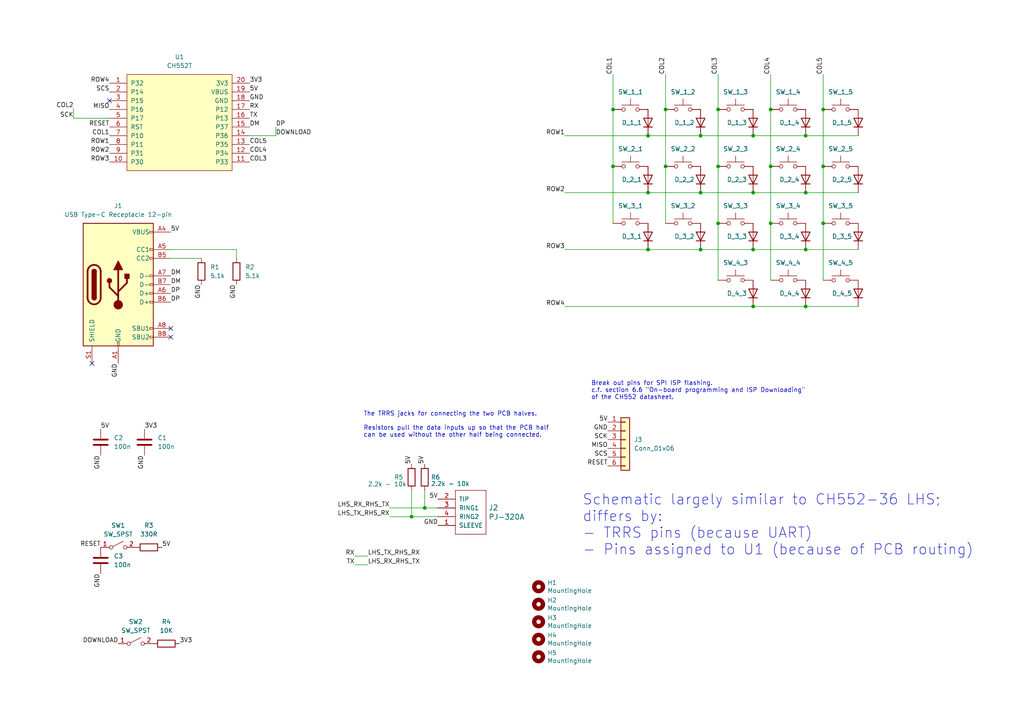
<source format=kicad_sch>
(kicad_sch (version 20230121) (generator eeschema)
  (paper "A4")
  (title_block (title "CH552-36 (RHS)") (date "2024-01-03") (rev "rev2024.1-pre") (company "Richard Goulter (rgoulter)") (comment 1 "Using CH552T MCU.") (comment 2 "RHS of split 3x5+3 keyboard") (comment 3 "Project: https://github.com/rgoulter/keyboard-labs"))
  (lib_symbols
    (symbol "Connector:USB_C_Receptacle_USB2.0" (pin_names (offset 1.016))
      (property "Reference" "J" (at -10.16 19.05 0))
      (property "Value" "USB_C_Receptacle_USB2.0" (at 19.05 19.05 0))
      (symbol "USB_C_Receptacle_USB2.0_0_0"
        (rectangle (start -0.254 -17.78) (end 0.254 -16.764))
        (rectangle (start 10.16 -14.986) (end 9.144 -15.494))
        (rectangle (start 10.16 -12.446) (end 9.144 -12.954))
        (rectangle (start 10.16 -4.826) (end 9.144 -5.334))
        (rectangle (start 10.16 -2.286) (end 9.144 -2.794))
        (rectangle (start 10.16 0.254) (end 9.144 -0.254))
        (rectangle (start 10.16 2.794) (end 9.144 2.286))
        (rectangle (start 10.16 7.874) (end 9.144 7.366))
        (rectangle (start 10.16 10.414) (end 9.144 9.906))
        (rectangle (start 10.16 15.494) (end 9.144 14.986))
      )
      (symbol "USB_C_Receptacle_USB2.0_0_1"
        (rectangle (start -10.16 17.78) (end 10.16 -17.78) (stroke (width 0.254)) (fill (type background)))
        (arc (start -8.89 -3.81) (mid -6.985 -5.7067) (end -5.08 -3.81) (stroke (width 0.508)))
        (arc (start -7.62 -3.81) (mid -6.985 -4.4423) (end -6.35 -3.81) (stroke (width 0.254)))
        (arc (start -7.62 -3.81) (mid -6.985 -4.4423) (end -6.35 -3.81) (stroke (width 0.254)) (fill (type outline)))
        (rectangle (start -7.62 -3.81) (end -6.35 3.81) (stroke (width 0.254)) (fill (type outline)))
        (arc (start -6.35 3.81) (mid -6.985 4.4423) (end -7.62 3.81) (stroke (width 0.254)))
        (arc (start -6.35 3.81) (mid -6.985 4.4423) (end -7.62 3.81) (stroke (width 0.254)) (fill (type outline)))
        (arc (start -5.08 3.81) (mid -6.985 5.7067) (end -8.89 3.81) (stroke (width 0.508)))
        (circle (center -2.54 1.143) (radius 0.635) (stroke (width 0.254)) (fill (type outline)))
        (circle (center 0 -5.842) (radius 1.27) (fill (type outline)))
        (polyline (pts (xy -8.89 -3.81) (xy -8.89 3.81)) (stroke (width 0.508)))
        (polyline (pts (xy -5.08 3.81) (xy -5.08 -3.81)) (stroke (width 0.508)))
        (polyline (pts (xy 0 -5.842) (xy 0 4.318)) (stroke (width 0.508)))
        (polyline (pts (xy 0 -3.302) (xy -2.54 -0.762) (xy -2.54 0.508)) (stroke (width 0.508)))
        (polyline (pts (xy 0 -2.032) (xy 2.54 0.508) (xy 2.54 1.778)) (stroke (width 0.508)))
        (polyline (pts (xy -1.27 4.318) (xy 0 6.858) (xy 1.27 4.318) (xy -1.27 4.318)) (stroke (width 0.254)) (fill (type outline)))
        (rectangle (start 1.905 1.778) (end 3.175 3.048) (stroke (width 0.254)) (fill (type outline)))
      )
      (symbol "USB_C_Receptacle_USB2.0_1_1"
        (pin passive line (at 0 -22.86 90) (length 5.08) (name "GND") (number "A1"))
        (pin passive line (at 0 -22.86 90) (length 5.08) hide (name "GND") (number "A12"))
        (pin passive line (at 15.24 15.24 180) (length 5.08) (name "VBUS") (number "A4"))
        (pin bidirectional line (at 15.24 10.16 180) (length 5.08) (name "CC1") (number "A5"))
        (pin bidirectional line (at 15.24 -2.54 180) (length 5.08) (name "D+") (number "A6"))
        (pin bidirectional line (at 15.24 2.54 180) (length 5.08) (name "D-") (number "A7"))
        (pin bidirectional line (at 15.24 -12.7 180) (length 5.08) (name "SBU1") (number "A8"))
        (pin passive line (at 15.24 15.24 180) (length 5.08) hide (name "VBUS") (number "A9"))
        (pin passive line (at 0 -22.86 90) (length 5.08) hide (name "GND") (number "B1"))
        (pin passive line (at 0 -22.86 90) (length 5.08) hide (name "GND") (number "B12"))
        (pin passive line (at 15.24 15.24 180) (length 5.08) hide (name "VBUS") (number "B4"))
        (pin bidirectional line (at 15.24 7.62 180) (length 5.08) (name "CC2") (number "B5"))
        (pin bidirectional line (at 15.24 -5.08 180) (length 5.08) (name "D+") (number "B6"))
        (pin bidirectional line (at 15.24 0 180) (length 5.08) (name "D-") (number "B7"))
        (pin bidirectional line (at 15.24 -15.24 180) (length 5.08) (name "SBU2") (number "B8"))
        (pin passive line (at 15.24 15.24 180) (length 5.08) hide (name "VBUS") (number "B9"))
        (pin passive line (at -7.62 -22.86 90) (length 5.08) (name "SHIELD") (number "S1"))
      )
    )
    (symbol "Connector_Generic:Conn_01x06" (pin_names (offset 1.016) hide)
      (property "Reference" "J" (at 0 7.62 0))
      (property "Value" "Conn_01x06" (at 0 -10.16 0))
      (symbol "Conn_01x06_1_1"
        (rectangle (start -1.27 -7.493) (end 0 -7.747) (stroke (width 0.1524)))
        (rectangle (start -1.27 -4.953) (end 0 -5.207) (stroke (width 0.1524)))
        (rectangle (start -1.27 -2.413) (end 0 -2.667) (stroke (width 0.1524)))
        (rectangle (start -1.27 0.127) (end 0 -0.127) (stroke (width 0.1524)))
        (rectangle (start -1.27 2.667) (end 0 2.413) (stroke (width 0.1524)))
        (rectangle (start -1.27 5.207) (end 0 4.953) (stroke (width 0.1524)))
        (rectangle (start -1.27 6.35) (end 1.27 -8.89) (stroke (width 0.254)) (fill (type background)))
        (pin passive line (at -5.08 5.08 0) (length 3.81) (name "Pin_1") (number "1"))
        (pin passive line (at -5.08 2.54 0) (length 3.81) (name "Pin_2") (number "2"))
        (pin passive line (at -5.08 0 0) (length 3.81) (name "Pin_3") (number "3"))
        (pin passive line (at -5.08 -2.54 0) (length 3.81) (name "Pin_4") (number "4"))
        (pin passive line (at -5.08 -5.08 0) (length 3.81) (name "Pin_5") (number "5"))
        (pin passive line (at -5.08 -7.62 0) (length 3.81) (name "Pin_6") (number "6"))
      )
    )
    (symbol "Device:C" (pin_numbers hide) (pin_names (offset 0.254))
      (property "Reference" "C" (at 0.635 2.54 0))
      (property "Value" "C" (at 0.635 -2.54 0))
      (symbol "C_0_1"
        (polyline (pts (xy -2.032 -0.762) (xy 2.032 -0.762)) (stroke (width 0.508)))
        (polyline (pts (xy -2.032 0.762) (xy 2.032 0.762)) (stroke (width 0.508)))
      )
      (symbol "C_1_1"
        (pin passive line (at 0 3.81 270) (length 2.794) (name "~") (number "1"))
        (pin passive line (at 0 -3.81 90) (length 2.794) (name "~") (number "2"))
      )
    )
    (symbol "Device:D" (pin_numbers hide) (pin_names (offset 1.016) hide)
      (property "Reference" "D" (at 0 2.54 0))
      (property "Value" "D" (at 0 -2.54 0))
      (symbol "D_0_1"
        (polyline (pts (xy -1.27 1.27) (xy -1.27 -1.27)) (stroke (width 0.254)))
        (polyline (pts (xy 1.27 0) (xy -1.27 0)))
        (polyline (pts (xy 1.27 1.27) (xy 1.27 -1.27) (xy -1.27 0) (xy 1.27 1.27)) (stroke (width 0.254)))
      )
      (symbol "D_1_1"
        (pin passive line (at -3.81 0 0) (length 2.54) (name "K") (number "1"))
        (pin passive line (at 3.81 0 180) (length 2.54) (name "A") (number "2"))
      )
    )
    (symbol "Device:R" (pin_numbers hide) (pin_names (offset 0))
      (property "Reference" "R" (at 2.032 0 90))
      (property "Value" "R" (at 0 0 90))
      (symbol "R_0_1"
        (rectangle (start -1.016 -2.54) (end 1.016 2.54) (stroke (width 0.254)))
      )
      (symbol "R_1_1"
        (pin passive line (at 0 3.81 270) (length 1.27) (name "~") (number "1"))
        (pin passive line (at 0 -3.81 90) (length 1.27) (name "~") (number "2"))
      )
    )
    (symbol "Mechanical:MountingHole" (pin_names (offset 1.016))
      (property "Reference" "H" (at 0 5.08 0))
      (property "Value" "MountingHole" (at 0 3.175 0))
      (symbol "MountingHole_0_1"
        (circle (center 0 0) (radius 1.27) (stroke (width 1.27)))
      )
    )
    (symbol "ProjectLocal:CH552T" (pin_names (offset 1.016))
      (property "Reference" "U" (at -12.7 27.94 0))
      (property "Value" "CH552T" (at 0 12.7 90))
      (symbol "CH552T_0_1"
        (rectangle (start -15.24 25.4) (end 15.24 -2.54) (fill (type background)))
      )
      (symbol "CH552T_1_1"
        (pin bidirectional line (at -20.32 22.86 0) (length 5.08) (name "P32") (number "1"))
        (pin bidirectional line (at -20.32 0 0) (length 5.08) (name "P30") (number "10"))
        (pin bidirectional line (at 20.32 0 180) (length 5.08) (name "P33") (number "11"))
        (pin bidirectional line (at 20.32 2.54 180) (length 5.08) (name "P34") (number "12"))
        (pin bidirectional line (at 20.32 5.08 180) (length 5.08) (name "P35") (number "13"))
        (pin bidirectional line (at 20.32 7.62 180) (length 5.08) (name "P36") (number "14"))
        (pin bidirectional line (at 20.32 10.16 180) (length 5.08) (name "P37") (number "15"))
        (pin bidirectional line (at 20.32 12.7 180) (length 5.08) (name "P13") (number "16"))
        (pin bidirectional line (at 20.32 15.24 180) (length 5.08) (name "P12") (number "17"))
        (pin power_out line (at 20.32 17.78 180) (length 5.08) (name "GND") (number "18"))
        (pin power_out line (at 20.32 20.32 180) (length 5.08) (name "VBUS") (number "19"))
        (pin bidirectional line (at -20.32 20.32 0) (length 5.08) (name "P14") (number "2"))
        (pin power_out line (at 20.32 22.86 180) (length 5.08) (name "3V3") (number "20"))
        (pin bidirectional line (at -20.32 17.78 0) (length 5.08) (name "P15") (number "3"))
        (pin bidirectional line (at -20.32 15.24 0) (length 5.08) (name "P16") (number "4"))
        (pin bidirectional line (at -20.32 12.7 0) (length 5.08) (name "P17") (number "5"))
        (pin bidirectional line (at -20.32 10.16 0) (length 5.08) (name "RST") (number "6"))
        (pin bidirectional line (at -20.32 7.62 0) (length 5.08) (name "P10") (number "7"))
        (pin bidirectional line (at -20.32 5.08 0) (length 5.08) (name "P11") (number "8"))
        (pin bidirectional line (at -20.32 2.54 0) (length 5.08) (name "P31") (number "9"))
      )
    )
    (symbol "Switch:SW_Push" (pin_numbers hide) (pin_names (offset 1.016) hide)
      (property "Reference" "SW" (at 1.27 2.54 0))
      (property "Value" "SW_Push" (at 0 -1.524 0))
      (symbol "SW_Push_0_1"
        (circle (center -2.032 0) (radius 0.508))
        (polyline (pts (xy 0 1.27) (xy 0 3.048)))
        (polyline (pts (xy 2.54 1.27) (xy -2.54 1.27)))
        (circle (center 2.032 0) (radius 0.508))
        (pin passive line (at -5.08 0 0) (length 2.54) (name "1") (number "1"))
        (pin passive line (at 5.08 0 180) (length 2.54) (name "2") (number "2"))
      )
    )
    (symbol "Switch:SW_SPST" (pin_names (offset 0) hide)
      (property "Reference" "SW" (at 0 3.175 0))
      (property "Value" "SW_SPST" (at 0 -2.54 0))
      (symbol "SW_SPST_0_0"
        (circle (center -2.032 0) (radius 0.508))
        (polyline (pts (xy -1.524 0.254) (xy 1.524 1.778)))
        (circle (center 2.032 0) (radius 0.508))
      )
      (symbol "SW_SPST_1_1"
        (pin passive line (at -5.08 0 0) (length 2.54) (name "A") (number "1"))
        (pin passive line (at 5.08 0 180) (length 2.54) (name "B") (number "2"))
      )
    )
    (symbol "keebio:TRRS" (pin_names (offset 1.016))
      (property "Reference" "U" (at 0 15.24 0))
      (property "Value" "TRRS" (at 0 -2.54 0))
      (symbol "TRRS_0_1"
        (rectangle (start -3.81 0) (end -3.81 12.7))
        (rectangle (start -3.81 12.7) (end 5.08 12.7))
        (rectangle (start 5.08 0) (end -3.81 0))
        (rectangle (start 5.08 12.7) (end 5.08 0))
      )
      (symbol "TRRS_1_1"
        (pin input line (at -8.89 2.54 0) (length 5.08) (name "SLEEVE") (number "1"))
        (pin input line (at -8.89 10.16 0) (length 5.08) (name "TIP") (number "2"))
        (pin input line (at -8.89 7.62 0) (length 5.08) (name "RING1") (number "3"))
        (pin input line (at -8.89 5.08 0) (length 5.08) (name "RING2") (number "4"))
      )
    )
  )
  (junction (at 233.68 72.39))
  (junction (at 208.28 31.75))
  (junction (at 203.2 39.37))
  (junction (at 177.8 48.26))
  (junction (at 187.96 55.88))
  (junction (at 223.52 31.75))
  (junction (at 218.44 55.88))
  (junction (at 123.19 147.32))
  (junction (at 233.68 88.9))
  (junction (at 233.68 39.37))
  (junction (at 208.28 48.26))
  (junction (at 177.8 31.75))
  (junction (at 238.76 48.26))
  (junction (at 218.44 39.37))
  (junction (at 193.04 48.26))
  (junction (at 203.2 72.39))
  (junction (at 238.76 64.77))
  (junction (at 233.68 55.88))
  (junction (at 193.04 31.75))
  (junction (at 238.76 31.75))
  (junction (at 218.44 72.39))
  (junction (at 203.2 55.88))
  (junction (at 187.96 72.39))
  (junction (at 223.52 48.26))
  (junction (at 208.28 64.77))
  (junction (at 223.52 64.77))
  (junction (at 187.96 39.37))
  (junction (at 119.38 149.86))
  (junction (at 218.44 88.9))
  (no_connect (at 31.75 29.21))
  (no_connect (at 26.67 105.41))
  (no_connect (at 49.53 95.25))
  (no_connect (at 49.53 97.79))
  (wire (pts (xy 223.52 21.59) (xy 223.52 31.75)))
  (wire (pts (xy 203.2 39.37) (xy 218.44 39.37)))
  (wire (pts (xy 233.68 72.39) (xy 248.92 72.39)))
  (wire (pts (xy 102.87 161.29) (xy 106.68 161.29)))
  (wire (pts (xy 208.28 31.75) (xy 208.28 48.26)))
  (wire (pts (xy 187.96 72.39) (xy 203.2 72.39)))
  (wire (pts (xy 123.19 147.32) (xy 123.19 142.24)))
  (wire (pts (xy 208.28 64.77) (xy 208.28 81.28)))
  (wire (pts (xy 119.38 149.86) (xy 127 149.86)))
  (wire (pts (xy 218.44 72.39) (xy 233.68 72.39)))
  (wire (pts (xy 113.03 149.86) (xy 119.38 149.86)))
  (wire (pts (xy 187.96 39.37) (xy 203.2 39.37)))
  (wire (pts (xy 187.96 55.88) (xy 163.83 55.88)))
  (wire (pts (xy 233.68 88.9) (xy 248.92 88.9)))
  (wire (pts (xy 203.2 55.88) (xy 218.44 55.88)))
  (wire (pts (xy 177.8 48.26) (xy 177.8 64.77)))
  (wire (pts (xy 187.96 72.39) (xy 163.83 72.39)))
  (wire (pts (xy 193.04 31.75) (xy 193.04 48.26)))
  (wire (pts (xy 49.53 74.93) (xy 58.42 74.93)))
  (wire (pts (xy 238.76 64.77) (xy 238.76 81.28)))
  (wire (pts (xy 208.28 48.26) (xy 208.28 64.77)))
  (wire (pts (xy 49.53 72.39) (xy 68.58 72.39)))
  (wire (pts (xy 193.04 48.26) (xy 193.04 64.77)))
  (wire (pts (xy 223.52 48.26) (xy 223.52 64.77)))
  (wire (pts (xy 203.2 72.39) (xy 218.44 72.39)))
  (wire (pts (xy 68.58 74.93) (xy 68.58 72.39)))
  (wire (pts (xy 80.01 36.83) (xy 80.01 39.37)))
  (wire (pts (xy 223.52 31.75) (xy 223.52 48.26)))
  (wire (pts (xy 208.28 21.59) (xy 208.28 31.75)))
  (wire (pts (xy 193.04 21.59) (xy 193.04 31.75)))
  (wire (pts (xy 223.52 64.77) (xy 223.52 81.28)))
  (wire (pts (xy 238.76 48.26) (xy 238.76 64.77)))
  (wire (pts (xy 218.44 88.9) (xy 233.68 88.9)))
  (wire (pts (xy 21.336 34.29) (xy 31.75 34.29)))
  (wire (pts (xy 218.44 55.88) (xy 233.68 55.88)))
  (wire (pts (xy 238.76 31.75) (xy 238.76 48.26)))
  (wire (pts (xy 233.68 39.37) (xy 248.92 39.37)))
  (wire (pts (xy 233.68 55.88) (xy 248.92 55.88)))
  (wire (pts (xy 72.39 39.37) (xy 80.01 39.37)))
  (wire (pts (xy 187.96 39.37) (xy 163.83 39.37)))
  (wire (pts (xy 163.83 88.9) (xy 218.44 88.9)))
  (wire (pts (xy 21.336 31.496) (xy 21.336 34.29)))
  (wire (pts (xy 102.87 163.83) (xy 106.68 163.83)))
  (wire (pts (xy 187.96 55.88) (xy 203.2 55.88)))
  (wire (pts (xy 119.38 149.86) (xy 119.38 142.24)))
  (wire (pts (xy 238.76 21.59) (xy 238.76 31.75)))
  (wire (pts (xy 177.8 31.75) (xy 177.8 48.26)))
  (wire (pts (xy 177.8 21.59) (xy 177.8 31.75)))
  (wire (pts (xy 113.03 147.32) (xy 123.19 147.32)))
  (wire (pts (xy 218.44 39.37) (xy 233.68 39.37)))
  (wire (pts (xy 123.19 147.32) (xy 127 147.32)))
  (text "Schematic largely similar to CH552-36 LHS;\ndiffers by:\n- TRRS pins (because UART)\n- Pins assigned to U1 (because of PCB routing)" (at 168.91 161.29 0) (effects (font (size 3 3)) (justify left bottom)))
  (text "The TRRS jacks for connecting the two PCB halves.\n\nResistors pull the data inputs up so that the PCB half\ncan be used without the other half being connected." (at 105.41 127 0) (effects (font (size 1.27 1.27)) (justify left bottom)))
  (text "Break out pins for SPI ISP flashing.\nc.f. section 6.6 \"On-board programming and ISP Downloading\"\nof the CH552 datasheet." (at 171.45 116.078 0) (effects (font (size 1.27 1.27)) (justify left bottom)))
  (label "SCS" (at 31.75 26.67 180))
  (label "3V3" (at 72.39 24.13 0))
  (label "SCK" (at 21.336 34.29 180))
  (label "COL4" (at 223.52 21.59 90))
  (label "ROW2" (at 163.83 55.88 180))
  (label "SCS" (at 176.276 132.588 180))
  (label "RESET" (at 29.21 158.75 180))
  (label "GND" (at 29.21 132.08 270))
  (label "LHS_TX_RHS_RX" (at 113.03 149.86 180))
  (label "COL1" (at 177.8 21.59 90))
  (label "5V" (at 29.21 124.46 0))
  (label "RX" (at 102.87 161.29 180))
  (label "COL2" (at 193.04 21.59 90))
  (label "COL5" (at 238.76 21.59 90))
  (label "RESET" (at 31.75 36.83 180))
  (label "COL4" (at 72.39 44.45 0))
  (label "5V" (at 119.38 134.62 90))
  (label "ROW4" (at 163.83 88.9 180))
  (label "5V" (at 49.53 67.31 0))
  (label "DP" (at 49.53 87.63 0))
  (label "MISO" (at 31.75 31.75 180))
  (label "TX" (at 102.87 163.83 180))
  (label "3V3" (at 41.91 124.46 0))
  (label "DM" (at 49.53 82.55 0))
  (label "5V" (at 127 144.78 180))
  (label "LHS_TX_RHS_RX" (at 106.68 161.29 0))
  (label "ROW1" (at 163.83 39.37 180))
  (label "5V" (at 123.19 134.62 90))
  (label "COL1" (at 31.75 39.37 180))
  (label "5V" (at 46.99 158.75 0))
  (label "GND" (at 29.21 166.37 270))
  (label "GND" (at 127 152.4 180))
  (label "GND" (at 68.58 82.55 270))
  (label "RX" (at 72.39 31.75 0))
  (label "GND" (at 176.276 124.968 180))
  (label "COL3" (at 208.28 21.59 90))
  (label "DP" (at 80.01 36.83 0))
  (label "ROW3" (at 31.75 46.99 180))
  (label "COL2" (at 21.336 31.496 180))
  (label "DP" (at 49.53 85.09 0))
  (label "GND" (at 58.42 82.55 270))
  (label "ROW4" (at 31.75 24.13 180))
  (label "MISO" (at 176.276 130.048 180))
  (label "GND" (at 34.29 105.41 270))
  (label "DM" (at 72.39 36.83 0))
  (label "COL3" (at 72.39 46.99 0))
  (label "LHS_RX_RHS_TX" (at 106.68 163.83 0))
  (label "GND" (at 41.91 132.08 270))
  (label "ROW3" (at 163.83 72.39 180))
  (label "GND" (at 72.39 29.21 0))
  (label "3V3" (at 52.07 186.69 0))
  (label "RESET" (at 176.276 135.128 180))
  (label "TX" (at 72.39 34.29 0))
  (label "COL5" (at 72.39 41.91 0))
  (label "DOWNLOAD" (at 80.01 39.37 0))
  (label "ROW2" (at 31.75 44.45 180))
  (label "DM" (at 49.53 80.01 0))
  (label "5V" (at 176.276 122.428 180))
  (label "SCK" (at 176.276 127.508 180))
  (label "5V" (at 72.39 26.67 0))
  (label "ROW1" (at 31.75 41.91 180))
  (label "LHS_RX_RHS_TX" (at 113.03 147.32 180))
  (label "DOWNLOAD" (at 34.29 186.69 180))
  (symbol (lib_id "Switch:SW_SPST") (at 34.29 158.75 0) (unit 1) (in_bom no)
    (property "Reference" "SW1" (at 34.29 152.4 0))
    (property "Value" "SW_SPST" (at 34.29 154.94 0))
    (property "Footprint" "Connector_Wire:SolderWire-0.5sqmm_1x02_P4.6mm_D0.9mm_OD2.1mm" (effects hide))
  )
  (symbol (lib_id "ProjectLocal:CH552T") (at 52.07 46.99 0) (unit 1)
    (property "Reference" "U1" (at 52.07 16.51 0))
    (property "Value" "CH552T" (at 52.07 19.05 0))
    (property "Footprint" "Package_SO:TSSOP-20_4.4x6.5mm_P0.65mm" (effects hide))
    (property "LCSC" "C111367" (effects hide))
  )
  (symbol (lib_id "Switch:SW_Push") (at 198.12 64.77 0) (unit 1)
    (property "Reference" "SW_3_2" (at 198.12 59.69 0))
    (property "Value" "MX-compatible" (effects hide))
    (property "Footprint" "ProjectLocal:SW_Cherry_MX_PCB_1.00u_BSilkRef" (effects hide))
    (property "Description" "Mechanical Keyboard Switch" (effects hide))
  )
  (symbol (lib_id "Device:D") (at 248.92 85.09 90) (unit 1)
    (property "Reference" "D_4_5" (at 241.3 85.09 90) (effects (justify right)))
    (property "Value" "1N4148" (effects hide))
    (property "Footprint" "Diode_SMD:D_SOD-123" (effects hide))
    (property "Description" "Diode (0805)" (effects hide))
    (property "LCSC" "C9808" (effects hide))
  )
  (symbol (lib_id "Connector_Generic:Conn_01x06") (at 181.356 127.508 0) (unit 1)
    (property "Reference" "J3" (at 183.896 127.508 0) (effects (justify left)))
    (property "Value" "Conn_01x06" (at 183.896 130.048 0) (effects (justify left)))
  )
  (symbol (lib_id "Device:D") (at 248.92 35.56 90) (unit 1)
    (property "Reference" "D_1_5" (at 241.3 35.56 90) (effects (justify right)))
    (property "Value" "1N4148" (effects hide))
    (property "Footprint" "Diode_SMD:D_SOD-123" (effects hide))
    (property "Description" "Diode (0805)" (effects hide))
    (property "LCSC" "C9808" (effects hide))
  )
  (symbol (lib_id "Device:D") (at 218.44 85.09 90) (unit 1)
    (property "Reference" "D_4_3" (at 210.82 85.09 90) (effects (justify right)))
    (property "Value" "1N4148" (effects hide))
    (property "Footprint" "Diode_SMD:D_SOD-123" (effects hide))
    (property "Description" "Diode (0805)" (effects hide))
    (property "LCSC" "C9808" (effects hide))
  )
  (symbol (lib_id "Switch:SW_Push") (at 228.6 81.28 0) (unit 1)
    (property "Reference" "SW_4_4" (at 228.6 76.2 0))
    (property "Value" "MX-compatible" (effects hide))
    (property "Footprint" "ProjectLocal:SW_Cherry_MX_PCB_1.00u_BSilkRef" (effects hide))
    (property "Description" "Mechanical Keyboard Switch" (effects hide))
  )
  (symbol (lib_id "Switch:SW_Push") (at 198.12 31.75 0) (unit 1)
    (property "Reference" "SW_1_2" (at 198.12 26.67 0))
    (property "Value" "MX-compatible" (effects hide))
    (property "Footprint" "ProjectLocal:SW_Cherry_MX_PCB_1.00u_BSilkRef" (effects hide))
    (property "Description" "Mechanical Keyboard Switch" (effects hide))
  )
  (symbol (lib_id "Switch:SW_Push") (at 228.6 31.75 0) (unit 1)
    (property "Reference" "SW_1_4" (at 228.6 26.67 0))
    (property "Value" "MX-compatible" (effects hide))
    (property "Footprint" "ProjectLocal:SW_Cherry_MX_PCB_1.00u_BSilkRef" (effects hide))
    (property "Description" "Mechanical Keyboard Switch" (effects hide))
  )
  (symbol (lib_id "Mechanical:MountingHole") (at 156.21 180.34 0) (unit 1)
    (property "Reference" "H3" (at 158.75 179.1716 0) (effects (justify left)))
    (property "Value" "MountingHole" (at 158.75 181.483 0) (effects (justify left)))
    (property "Footprint" "MountingHole:MountingHole_2.2mm_M2_DIN965" (effects hide))
  )
  (symbol (lib_id "Device:R") (at 58.42 78.74 0) (unit 1)
    (property "Reference" "R1" (at 60.96 77.47 0) (effects (justify left)))
    (property "Value" "5.1k" (at 60.96 80.01 0) (effects (justify left)))
    (property "Footprint" "Resistor_SMD:R_0805_2012Metric" (effects hide))
    (property "LCSC" "C27834" (effects hide))
  )
  (symbol (lib_id "Mechanical:MountingHole") (at 156.21 175.26 0) (unit 1)
    (property "Reference" "H2" (at 158.75 174.0916 0) (effects (justify left)))
    (property "Value" "MountingHole" (at 158.75 176.403 0) (effects (justify left)))
    (property "Footprint" "MountingHole:MountingHole_2.2mm_M2_DIN965" (effects hide))
  )
  (symbol (lib_id "Device:D") (at 233.68 85.09 90) (unit 1)
    (property "Reference" "D_4_4" (at 226.06 85.09 90) (effects (justify right)))
    (property "Value" "1N4148" (effects hide))
    (property "Footprint" "Diode_SMD:D_SOD-123" (effects hide))
    (property "Description" "Diode (0805)" (effects hide))
    (property "LCSC" "C9808" (effects hide))
  )
  (symbol (lib_id "Device:D") (at 248.92 68.58 90) (unit 1)
    (property "Reference" "D_3_5" (at 241.3 68.58 90) (effects (justify right)))
    (property "Value" "1N4148" (effects hide))
    (property "Footprint" "Diode_SMD:D_SOD-123" (effects hide))
    (property "Description" "Diode (0805)" (effects hide))
    (property "LCSC" "C9808" (effects hide))
  )
  (symbol (lib_id "Device:C") (at 29.21 162.56 0) (unit 1)
    (property "Reference" "C3" (at 33.02 161.29 0) (effects (justify left)))
    (property "Value" "100n" (at 33.02 163.83 0) (effects (justify left)))
    (property "Footprint" "Capacitor_SMD:C_0805_2012Metric" (effects hide))
    (property "LCSC" "C49678" (effects hide))
  )
  (symbol (lib_id "Connector:USB_C_Receptacle_USB2.0") (at 34.29 82.55 0) (unit 1)
    (property "Reference" "J1" (at 34.29 59.69 0))
    (property "Value" "USB Type-C Receptacle 12-pin" (at 34.29 62.23 0))
    (property "Footprint" "Connector_USB:USB_C_Receptacle_HRO_TYPE-C-31-M-12" (effects hide))
    (property "Datasheet" "https://www.usb.org/sites/default/files/documents/usb_type-c.zip" (effects hide))
  )
  (symbol (lib_id "Switch:SW_SPST") (at 39.37 186.69 0) (unit 1) (in_bom no)
    (property "Reference" "SW2" (at 39.37 180.34 0))
    (property "Value" "SW_SPST" (at 39.37 182.88 0))
    (property "Footprint" "Connector_Wire:SolderWire-0.5sqmm_1x02_P4.6mm_D0.9mm_OD2.1mm" (effects hide))
  )
  (symbol (lib_id "Switch:SW_Push") (at 243.84 64.77 0) (unit 1)
    (property "Reference" "SW_3_5" (at 243.84 59.69 0))
    (property "Value" "MX-compatible" (effects hide))
    (property "Footprint" "ProjectLocal:SW_Cherry_MX_PCB_1.00u_BSilkRef" (effects hide))
    (property "Description" "Mechanical Keyboard Switch" (effects hide))
  )
  (symbol (lib_id "Device:C") (at 29.21 128.27 0) (unit 1)
    (property "Reference" "C2" (at 33.02 127 0) (effects (justify left)))
    (property "Value" "100n" (at 33.02 129.54 0) (effects (justify left)))
    (property "Footprint" "Capacitor_SMD:C_0805_2012Metric" (effects hide))
    (property "LCSC" "C49678" (effects hide))
  )
  (symbol (lib_id "Switch:SW_Push") (at 182.88 48.26 0) (unit 1)
    (property "Reference" "SW_2_1" (at 182.88 43.18 0))
    (property "Value" "MX-compatible" (effects hide))
    (property "Footprint" "ProjectLocal:SW_Cherry_MX_PCB_1.00u_BSilkRef" (effects hide))
    (property "Description" "Mechanical Keyboard Switch" (effects hide))
  )
  (symbol (lib_id "Switch:SW_Push") (at 213.36 81.28 0) (unit 1)
    (property "Reference" "SW_4_3" (at 213.36 76.2 0))
    (property "Value" "MX-compatible" (effects hide))
    (property "Footprint" "ProjectLocal:SW_Cherry_MX_PCB_1.00u_BSilkRef" (effects hide))
    (property "Description" "Mechanical Keyboard Switch" (effects hide))
  )
  (symbol (lib_id "Device:R") (at 123.19 138.43 0) (unit 1)
    (property "Reference" "R6" (at 124.968 138.43 0) (effects (justify left)))
    (property "Value" "2.2k - 10k" (at 124.968 139.573 0) (effects (justify left top)))
    (property "Footprint" "Resistor_SMD:R_0805_2012Metric" (effects hide))
    (property "Comment" "R3, for RGB LEDs. R5, R6 for OLED screen" (effects hide))
    (property "Description" "Resistor (0805)" (effects hide))
  )
  (symbol (lib_id "Device:D") (at 203.2 52.07 90) (unit 1)
    (property "Reference" "D_2_2" (at 195.58 52.07 90) (effects (justify right)))
    (property "Value" "1N4148" (effects hide))
    (property "Footprint" "Diode_SMD:D_SOD-123" (effects hide))
    (property "Description" "Diode (0805)" (effects hide))
    (property "LCSC" "C9808" (effects hide))
  )
  (symbol (lib_id "Device:R") (at 43.18 158.75 90) (unit 1)
    (property "Reference" "R3" (at 43.18 152.4 90))
    (property "Value" "330R" (at 43.18 154.94 90))
    (property "Footprint" "Resistor_SMD:R_0805_2012Metric" (effects hide))
    (property "LCSC" "C17630" (effects hide))
  )
  (symbol (lib_id "Switch:SW_Push") (at 243.84 31.75 0) (unit 1)
    (property "Reference" "SW_1_5" (at 243.84 26.67 0))
    (property "Value" "MX-compatible" (effects hide))
    (property "Footprint" "ProjectLocal:SW_Cherry_MX_PCB_1.00u_BSilkRef" (effects hide))
    (property "Description" "Mechanical Keyboard Switch" (effects hide))
  )
  (symbol (lib_id "Switch:SW_Push") (at 213.36 31.75 0) (unit 1)
    (property "Reference" "SW_1_3" (at 213.36 26.67 0))
    (property "Value" "MX-compatible" (effects hide))
    (property "Footprint" "ProjectLocal:SW_Cherry_MX_PCB_1.00u_BSilkRef" (effects hide))
    (property "Description" "Mechanical Keyboard Switch" (effects hide))
  )
  (symbol (lib_id "Device:D") (at 187.96 52.07 90) (unit 1)
    (property "Reference" "D_2_1" (at 180.34 52.07 90) (effects (justify right)))
    (property "Value" "1N4148" (effects hide))
    (property "Footprint" "Diode_SMD:D_SOD-123" (effects hide))
    (property "Description" "Diode (0805)" (effects hide))
    (property "LCSC" "C9808" (effects hide))
  )
  (symbol (lib_id "Device:C") (at 41.91 128.27 0) (unit 1)
    (property "Reference" "C1" (at 45.72 127 0) (effects (justify left)))
    (property "Value" "100n" (at 45.72 129.54 0) (effects (justify left)))
    (property "Footprint" "Capacitor_SMD:C_0805_2012Metric" (effects hide))
    (property "LCSC" "C49678" (effects hide))
  )
  (symbol (lib_id "Device:D") (at 218.44 52.07 90) (unit 1)
    (property "Reference" "D_2_3" (at 210.82 52.07 90) (effects (justify right)))
    (property "Value" "1N4148" (effects hide))
    (property "Footprint" "Diode_SMD:D_SOD-123" (effects hide))
    (property "Description" "Diode (0805)" (effects hide))
    (property "LCSC" "C9808" (effects hide))
  )
  (symbol (lib_id "keebio:TRRS") (at 135.89 154.94 0) (unit 1)
    (property "Reference" "J2" (at 141.6812 147.2438 0) (effects (font (size 1.524 1.524)) (justify left)))
    (property "Value" "PJ-320A" (at 141.6812 149.9362 0) (effects (font (size 1.524 1.524)) (justify left)))
    (property "Footprint" "Keebio-Parts:TRRS-PJ-320A" (effects hide))
    (property "Description" "TRRS (4-pole) Jack" (effects hide))
  )
  (symbol (lib_id "Device:D") (at 233.68 52.07 90) (unit 1)
    (property "Reference" "D_2_4" (at 226.06 52.07 90) (effects (justify right)))
    (property "Value" "1N4148" (effects hide))
    (property "Footprint" "Diode_SMD:D_SOD-123" (effects hide))
    (property "Description" "Diode (0805)" (effects hide))
    (property "LCSC" "C9808" (effects hide))
  )
  (symbol (lib_id "Switch:SW_Push") (at 198.12 48.26 0) (unit 1)
    (property "Reference" "SW_2_2" (at 198.12 43.18 0))
    (property "Value" "MX-compatible" (effects hide))
    (property "Footprint" "ProjectLocal:SW_Cherry_MX_PCB_1.00u_BSilkRef" (effects hide))
    (property "Description" "Mechanical Keyboard Switch" (effects hide))
  )
  (symbol (lib_id "Device:D") (at 218.44 35.56 90) (unit 1)
    (property "Reference" "D_1_3" (at 210.82 35.56 90) (effects (justify right)))
    (property "Value" "1N4148" (effects hide))
    (property "Footprint" "Diode_SMD:D_SOD-123" (effects hide))
    (property "Description" "Diode (0805)" (effects hide))
    (property "LCSC" "C9808" (effects hide))
  )
  (symbol (lib_id "Device:D") (at 203.2 68.58 90) (unit 1)
    (property "Reference" "D_3_2" (at 195.58 68.58 90) (effects (justify right)))
    (property "Value" "1N4148" (effects hide))
    (property "Footprint" "Diode_SMD:D_SOD-123" (effects hide))
    (property "Description" "Diode (0805)" (effects hide))
    (property "LCSC" "C9808" (effects hide))
  )
  (symbol (lib_id "Switch:SW_Push") (at 243.84 48.26 0) (unit 1)
    (property "Reference" "SW_2_5" (at 243.84 43.18 0))
    (property "Value" "MX-compatible" (effects hide))
    (property "Footprint" "ProjectLocal:SW_Cherry_MX_PCB_1.00u_BSilkRef" (effects hide))
    (property "Description" "Mechanical Keyboard Switch" (effects hide))
  )
  (symbol (lib_id "Device:R") (at 48.26 186.69 90) (unit 1)
    (property "Reference" "R4" (at 48.26 180.34 90))
    (property "Value" "10K" (at 48.26 182.88 90))
    (property "Footprint" "Resistor_SMD:R_0805_2012Metric" (effects hide))
    (property "LCSC" "C17414" (effects hide))
  )
  (symbol (lib_id "Switch:SW_Push") (at 213.36 64.77 0) (unit 1)
    (property "Reference" "SW_3_3" (at 213.36 59.69 0))
    (property "Value" "MX-compatible" (effects hide))
    (property "Footprint" "ProjectLocal:SW_Cherry_MX_PCB_1.00u_BSilkRef" (effects hide))
    (property "Description" "Mechanical Keyboard Switch" (effects hide))
  )
  (symbol (lib_id "Device:D") (at 233.68 35.56 90) (unit 1)
    (property "Reference" "D_1_4" (at 226.06 35.56 90) (effects (justify right)))
    (property "Value" "1N4148" (effects hide))
    (property "Footprint" "Diode_SMD:D_SOD-123" (effects hide))
    (property "Description" "Diode (0805)" (effects hide))
    (property "LCSC" "C9808" (effects hide))
  )
  (symbol (lib_id "Device:D") (at 248.92 52.07 90) (unit 1)
    (property "Reference" "D_2_5" (at 241.3 52.07 90) (effects (justify right)))
    (property "Value" "1N4148" (effects hide))
    (property "Footprint" "Diode_SMD:D_SOD-123" (effects hide))
    (property "Description" "Diode (0805)" (effects hide))
    (property "LCSC" "C9808" (effects hide))
  )
  (symbol (lib_id "Switch:SW_Push") (at 243.84 81.28 0) (unit 1)
    (property "Reference" "SW_4_5" (at 243.84 76.2 0))
    (property "Value" "MX-compatible" (effects hide))
    (property "Footprint" "ProjectLocal:SW_Cherry_MX_PCB_1.00u_BSilkRef" (effects hide))
    (property "Description" "Mechanical Keyboard Switch" (effects hide))
  )
  (symbol (lib_id "Switch:SW_Push") (at 213.36 48.26 0) (unit 1)
    (property "Reference" "SW_2_3" (at 213.36 43.18 0))
    (property "Value" "MX-compatible" (effects hide))
    (property "Footprint" "ProjectLocal:SW_Cherry_MX_PCB_1.00u_BSilkRef" (effects hide))
    (property "Description" "Mechanical Keyboard Switch" (effects hide))
  )
  (symbol (lib_id "Mechanical:MountingHole") (at 156.21 170.18 0) (unit 1)
    (property "Reference" "H1" (at 158.75 169.0116 0) (effects (justify left)))
    (property "Value" "MountingHole" (at 158.75 171.323 0) (effects (justify left)))
    (property "Footprint" "MountingHole:MountingHole_2.2mm_M2_DIN965" (effects hide))
  )
  (symbol (lib_id "Device:D") (at 187.96 68.58 90) (unit 1)
    (property "Reference" "D_3_1" (at 180.34 68.58 90) (effects (justify right)))
    (property "Value" "1N4148" (effects hide))
    (property "Footprint" "Diode_SMD:D_SOD-123" (effects hide))
    (property "Description" "Diode (0805)" (effects hide))
    (property "LCSC" "C9808" (effects hide))
  )
  (symbol (lib_id "Device:D") (at 233.68 68.58 90) (unit 1)
    (property "Reference" "D_3_4" (at 226.06 68.58 90) (effects (justify right)))
    (property "Value" "1N4148" (effects hide))
    (property "Footprint" "Diode_SMD:D_SOD-123" (effects hide))
    (property "Description" "Diode (0805)" (effects hide))
    (property "LCSC" "C9808" (effects hide))
  )
  (symbol (lib_id "Switch:SW_Push") (at 182.88 64.77 0) (unit 1)
    (property "Reference" "SW_3_1" (at 182.88 59.69 0))
    (property "Value" "MX-compatible" (effects hide))
    (property "Footprint" "ProjectLocal:SW_Cherry_MX_PCB_1.00u_BSilkRef" (effects hide))
    (property "Description" "Mechanical Keyboard Switch" (effects hide))
  )
  (symbol (lib_id "Device:R") (at 68.58 78.74 0) (unit 1)
    (property "Reference" "R2" (at 71.12 77.47 0) (effects (justify left)))
    (property "Value" "5.1k" (at 71.12 80.01 0) (effects (justify left)))
    (property "Footprint" "Resistor_SMD:R_0805_2012Metric" (effects hide))
    (property "LCSC" "C27834" (effects hide))
  )
  (symbol (lib_id "Switch:SW_Push") (at 228.6 64.77 0) (unit 1)
    (property "Reference" "SW_3_4" (at 228.6 59.69 0))
    (property "Value" "MX-compatible" (effects hide))
    (property "Footprint" "ProjectLocal:SW_Cherry_MX_PCB_1.00u_BSilkRef" (effects hide))
    (property "Description" "Mechanical Keyboard Switch" (effects hide))
  )
  (symbol (lib_id "Device:R") (at 119.38 138.43 0) (unit 1)
    (property "Reference" "R5" (at 114.3 138.43 0) (effects (justify left)))
    (property "Value" "2.2k - 10k" (at 106.68 139.7 0) (effects (justify left top)))
    (property "Footprint" "Resistor_SMD:R_0805_2012Metric" (effects hide))
    (property "Comment" "R3, for RGB LEDs. R5, R6 for OLED screen" (effects hide))
    (property "Description" "Resistor (0805)" (effects hide))
  )
  (symbol (lib_id "Device:D") (at 203.2 35.56 90) (unit 1)
    (property "Reference" "D_1_2" (at 195.58 35.56 90) (effects (justify right)))
    (property "Value" "1N4148" (effects hide))
    (property "Footprint" "Diode_SMD:D_SOD-123" (effects hide))
    (property "Description" "Diode (0805)" (effects hide))
    (property "LCSC" "C9808" (effects hide))
  )
  (symbol (lib_id "Mechanical:MountingHole") (at 156.21 185.42 0) (unit 1)
    (property "Reference" "H4" (at 158.75 184.2516 0) (effects (justify left)))
    (property "Value" "MountingHole" (at 158.75 186.563 0) (effects (justify left)))
    (property "Footprint" "MountingHole:MountingHole_2.2mm_M2_DIN965" (effects hide))
  )
  (symbol (lib_id "Mechanical:MountingHole") (at 156.21 190.5 0) (unit 1)
    (property "Reference" "H5" (at 158.75 189.3316 0) (effects (justify left)))
    (property "Value" "MountingHole" (at 158.75 191.643 0) (effects (justify left)))
    (property "Footprint" "MountingHole:MountingHole_2.2mm_M2_DIN965" (effects hide))
  )
  (symbol (lib_id "Switch:SW_Push") (at 182.88 31.75 0) (unit 1)
    (property "Reference" "SW_1_1" (at 182.88 26.67 0))
    (property "Value" "MX-compatible" (effects hide))
    (property "Footprint" "ProjectLocal:SW_Cherry_MX_PCB_1.00u_BSilkRef" (effects hide))
    (property "Description" "Mechanical Keyboard Switch" (effects hide))
  )
  (symbol (lib_id "Device:D") (at 218.44 68.58 90) (unit 1)
    (property "Reference" "D_3_3" (at 210.82 68.58 90) (effects (justify right)))
    (property "Value" "1N4148" (effects hide))
    (property "Footprint" "Diode_SMD:D_SOD-123" (effects hide))
    (property "Description" "Diode (0805)" (effects hide))
    (property "LCSC" "C9808" (effects hide))
  )
  (symbol (lib_id "Device:D") (at 187.96 35.56 90) (unit 1)
    (property "Reference" "D_1_1" (at 180.34 35.56 90) (effects (justify right)))
    (property "Value" "1N4148" (effects hide))
    (property "Footprint" "Diode_SMD:D_SOD-123" (effects hide))
    (property "Description" "Diode (0805)" (effects hide))
    (property "LCSC" "C9808" (effects hide))
  )
  (symbol (lib_id "Switch:SW_Push") (at 228.6 48.26 0) (unit 1)
    (property "Reference" "SW_2_4" (at 228.6 43.18 0))
    (property "Value" "MX-compatible" (effects hide))
    (property "Footprint" "ProjectLocal:SW_Cherry_MX_PCB_1.00u_BSilkRef" (effects hide))
    (property "Description" "Mechanical Keyboard Switch" (effects hide))
  )
)
</source>
